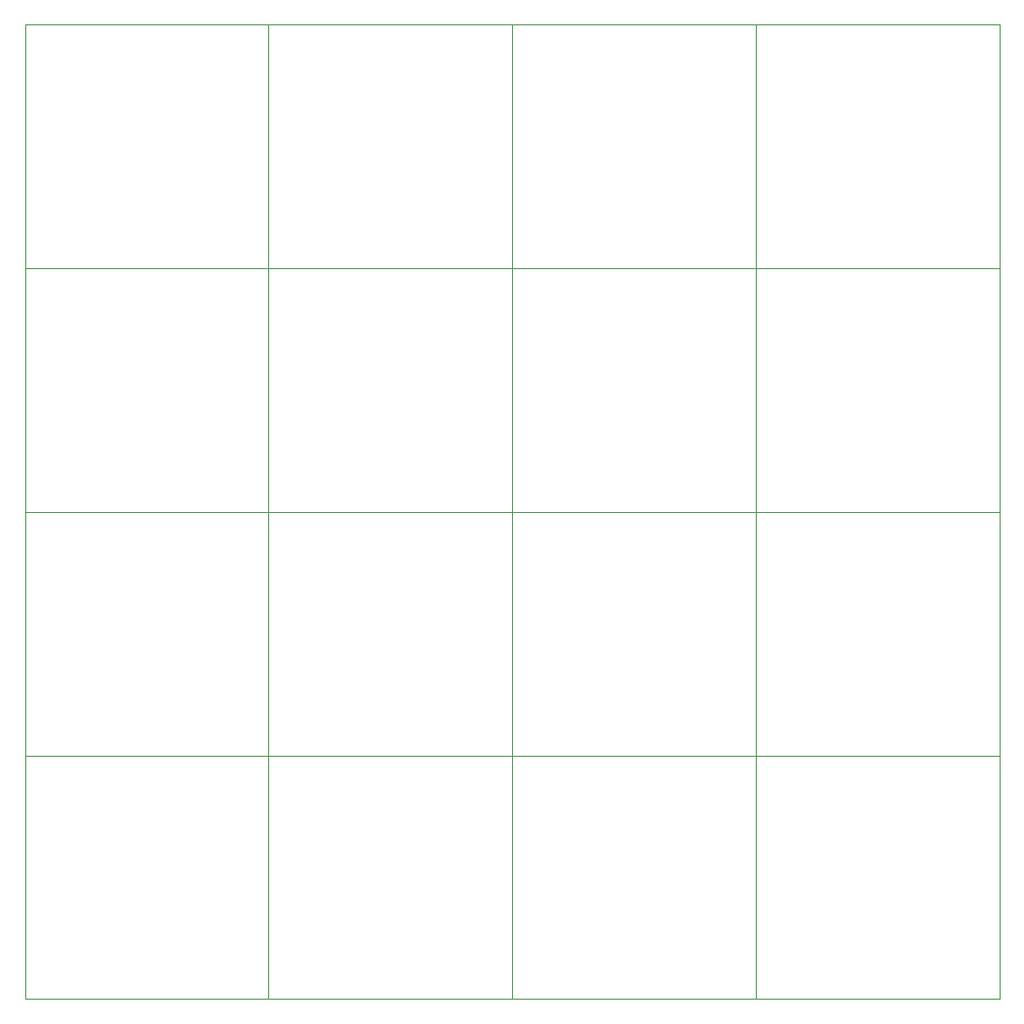
<source format=gm1>
%TF.GenerationSoftware,KiCad,Pcbnew,7.0.9*%
%TF.CreationDate,2024-04-03T23:40:05+09:00*%
%TF.ProjectId,max31855_4_4,6d617833-3138-4353-955f-345f342e6b69,rev?*%
%TF.SameCoordinates,Original*%
%TF.FileFunction,Profile,NP*%
%FSLAX46Y46*%
G04 Gerber Fmt 4.6, Leading zero omitted, Abs format (unit mm)*
G04 Created by KiCad (PCBNEW 7.0.9) date 2024-04-03 23:40:05*
%MOMM*%
%LPD*%
G01*
G04 APERTURE LIST*
%TA.AperFunction,Profile*%
%ADD10C,0.100000*%
%TD*%
G04 APERTURE END LIST*
D10*
X177000000Y-138000000D02*
X177000000Y-116000000D01*
X155000000Y-138000000D02*
X177000000Y-138000000D01*
X177000000Y-116000000D02*
X155000000Y-116000000D01*
X155000000Y-116000000D02*
X155000000Y-138000000D01*
X155000000Y-138000000D02*
X155000000Y-116000000D01*
X133000000Y-138000000D02*
X155000000Y-138000000D01*
X155000000Y-116000000D02*
X133000000Y-116000000D01*
X133000000Y-116000000D02*
X133000000Y-138000000D01*
X133000000Y-138000000D02*
X133000000Y-116000000D01*
X111000000Y-138000000D02*
X133000000Y-138000000D01*
X133000000Y-116000000D02*
X111000000Y-116000000D01*
X111000000Y-116000000D02*
X111000000Y-138000000D01*
X111000000Y-138000000D02*
X111000000Y-116000000D01*
X89000000Y-138000000D02*
X111000000Y-138000000D01*
X111000000Y-116000000D02*
X89000000Y-116000000D01*
X89000000Y-116000000D02*
X89000000Y-138000000D01*
X177000000Y-116000000D02*
X177000000Y-94000000D01*
X155000000Y-116000000D02*
X177000000Y-116000000D01*
X177000000Y-94000000D02*
X155000000Y-94000000D01*
X155000000Y-94000000D02*
X155000000Y-116000000D01*
X155000000Y-116000000D02*
X155000000Y-94000000D01*
X133000000Y-116000000D02*
X155000000Y-116000000D01*
X155000000Y-94000000D02*
X133000000Y-94000000D01*
X133000000Y-94000000D02*
X133000000Y-116000000D01*
X133000000Y-116000000D02*
X133000000Y-94000000D01*
X111000000Y-116000000D02*
X133000000Y-116000000D01*
X133000000Y-94000000D02*
X111000000Y-94000000D01*
X111000000Y-94000000D02*
X111000000Y-116000000D01*
X111000000Y-116000000D02*
X111000000Y-94000000D01*
X89000000Y-116000000D02*
X111000000Y-116000000D01*
X111000000Y-94000000D02*
X89000000Y-94000000D01*
X89000000Y-94000000D02*
X89000000Y-116000000D01*
X177000000Y-94000000D02*
X177000000Y-72000000D01*
X155000000Y-94000000D02*
X177000000Y-94000000D01*
X177000000Y-72000000D02*
X155000000Y-72000000D01*
X155000000Y-72000000D02*
X155000000Y-94000000D01*
X155000000Y-94000000D02*
X155000000Y-72000000D01*
X133000000Y-94000000D02*
X155000000Y-94000000D01*
X155000000Y-72000000D02*
X133000000Y-72000000D01*
X133000000Y-72000000D02*
X133000000Y-94000000D01*
X133000000Y-94000000D02*
X133000000Y-72000000D01*
X111000000Y-94000000D02*
X133000000Y-94000000D01*
X133000000Y-72000000D02*
X111000000Y-72000000D01*
X111000000Y-72000000D02*
X111000000Y-94000000D01*
X111000000Y-94000000D02*
X111000000Y-72000000D01*
X89000000Y-94000000D02*
X111000000Y-94000000D01*
X111000000Y-72000000D02*
X89000000Y-72000000D01*
X89000000Y-72000000D02*
X89000000Y-94000000D01*
X177000000Y-72000000D02*
X177000000Y-50000000D01*
X155000000Y-72000000D02*
X177000000Y-72000000D01*
X177000000Y-50000000D02*
X155000000Y-50000000D01*
X155000000Y-50000000D02*
X155000000Y-72000000D01*
X155000000Y-72000000D02*
X155000000Y-50000000D01*
X133000000Y-72000000D02*
X155000000Y-72000000D01*
X155000000Y-50000000D02*
X133000000Y-50000000D01*
X133000000Y-50000000D02*
X133000000Y-72000000D01*
X133000000Y-72000000D02*
X133000000Y-50000000D01*
X111000000Y-72000000D02*
X133000000Y-72000000D01*
X133000000Y-50000000D02*
X111000000Y-50000000D01*
X111000000Y-50000000D02*
X111000000Y-72000000D01*
X89000000Y-50000000D02*
X89000000Y-72000000D01*
X111000000Y-50000000D02*
X89000000Y-50000000D01*
X111000000Y-72000000D02*
X111000000Y-50000000D01*
X89000000Y-72000000D02*
X111000000Y-72000000D01*
M02*

</source>
